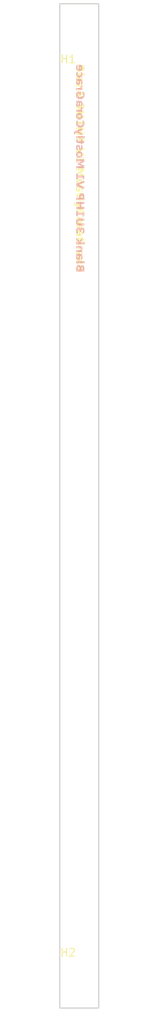
<source format=kicad_pcb>
(kicad_pcb (version 20240108) (generator "pcbnew") (generator_version "8.0")
  (layers (0 "F.Cu" signal) (31 "B.Cu" signal) (34 "B.Paste" user) (35 "F.Paste" user) (36 "B.SilkS" user "B.Silkscreen") (37 "F.SilkS" user "F.Silkscreen") (38 "B.Mask" user) (39 "F.Mask" user) (44 "Edge.Cuts" user))
  (net 0 "")
  (footprint "EXC:MountingHole_3.2mm_M3" (layer "F.Cu") (at 2.54 5.425)
    (property "Reference" "H1" (at -0.381 4.1 0) (layer "F.SilkS") (effects (justify right)))
    (property "Value" "Eurorack_M3_MountingHole")
    (pad "" np_thru_hole circle (at 0 0) (size 3.2 3.2) (drill 3.2) (layers "F&B.Cu" "*.Mask"))
  )
  (footprint "EXC:MountingHole_3.2mm_M3" (layer "F.Cu") (at 2.54 127.925)
    (property "Reference" "H2" (at -0.381 -4.1 0) (layer "F.SilkS") (effects (justify right)))
    (property "Value" "Eurorack_M3_MountingHole")
    (pad "" np_thru_hole circle (at 0 0) (size 3.2 3.2) (drill 3.2) (layers "F&B.Cu" "*.Mask"))
  )
  (gr_rect (start 0 2.425) (end 5 130.925) (stroke (width 0.15)) (fill none) (layer "Edge.Cuts"))
  (gr_text "Blank 3U1HP V1 MostlyCoraGrace" (at 2.54 10.16 270) (layer "B.SilkS") (effects (font (size 1 1) (thickness 0.25) (bold yes)) (justify right mirror)))
  (gr_text "Blank 3U1HP V1 MostlyCoraGrace" (at 2.54 10.16 270) (layer "F.SilkS") (effects (font (size 1 1) (thickness 0.25) (bold yes)) (justify left)))
)
</source>
